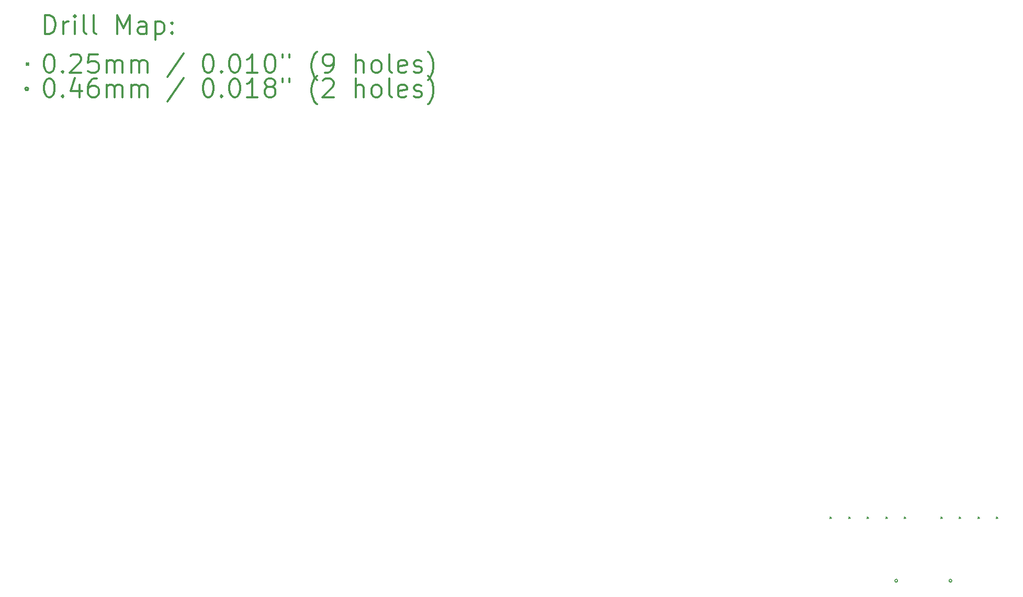
<source format=gbr>
%FSLAX45Y45*%
G04 Gerber Fmt 4.5, Leading zero omitted, Abs format (unit mm)*
G04 Created by KiCad (PCBNEW 4.0.5) date 02/23/17 12:59:38*
%MOMM*%
%LPD*%
G01*
G04 APERTURE LIST*
%ADD10C,0.127000*%
%ADD11C,0.200000*%
%ADD12C,0.300000*%
G04 APERTURE END LIST*
D10*
D11*
X127000Y1739900D02*
X152400Y1714500D01*
X152400Y1739900D02*
X127000Y1714500D01*
X426720Y1739900D02*
X452120Y1714500D01*
X452120Y1739900D02*
X426720Y1714500D01*
X726440Y1739900D02*
X751840Y1714500D01*
X751840Y1739900D02*
X726440Y1714500D01*
X1026160Y1739900D02*
X1051560Y1714500D01*
X1051560Y1739900D02*
X1026160Y1714500D01*
X1325880Y1739900D02*
X1351280Y1714500D01*
X1351280Y1739900D02*
X1325880Y1714500D01*
X1917700Y1739900D02*
X1943100Y1714500D01*
X1943100Y1739900D02*
X1917700Y1714500D01*
X2217420Y1739900D02*
X2242820Y1714500D01*
X2242820Y1739900D02*
X2217420Y1714500D01*
X2517140Y1739900D02*
X2542540Y1714500D01*
X2542540Y1739900D02*
X2517140Y1714500D01*
X2816860Y1739900D02*
X2842260Y1714500D01*
X2842260Y1739900D02*
X2816860Y1714500D01*
X1219490Y704130D02*
G75*
G03X1219490Y704130I-23000J0D01*
G01*
X2095490Y704130D02*
G75*
G03X2095490Y704130I-23000J0D01*
G01*
D12*
X-12578431Y9554586D02*
X-12578431Y9854586D01*
X-12507003Y9854586D01*
X-12464146Y9840300D01*
X-12435574Y9811729D01*
X-12421289Y9783157D01*
X-12407003Y9726014D01*
X-12407003Y9683157D01*
X-12421289Y9626014D01*
X-12435574Y9597443D01*
X-12464146Y9568871D01*
X-12507003Y9554586D01*
X-12578431Y9554586D01*
X-12278431Y9554586D02*
X-12278431Y9754586D01*
X-12278431Y9697443D02*
X-12264146Y9726014D01*
X-12249860Y9740300D01*
X-12221289Y9754586D01*
X-12192717Y9754586D01*
X-12092717Y9554586D02*
X-12092717Y9754586D01*
X-12092717Y9854586D02*
X-12107003Y9840300D01*
X-12092717Y9826014D01*
X-12078431Y9840300D01*
X-12092717Y9854586D01*
X-12092717Y9826014D01*
X-11907003Y9554586D02*
X-11935574Y9568871D01*
X-11949860Y9597443D01*
X-11949860Y9854586D01*
X-11749860Y9554586D02*
X-11778431Y9568871D01*
X-11792717Y9597443D01*
X-11792717Y9854586D01*
X-11407003Y9554586D02*
X-11407003Y9854586D01*
X-11307003Y9640300D01*
X-11207003Y9854586D01*
X-11207003Y9554586D01*
X-10935574Y9554586D02*
X-10935574Y9711729D01*
X-10949860Y9740300D01*
X-10978431Y9754586D01*
X-11035574Y9754586D01*
X-11064146Y9740300D01*
X-10935574Y9568871D02*
X-10964146Y9554586D01*
X-11035574Y9554586D01*
X-11064146Y9568871D01*
X-11078431Y9597443D01*
X-11078431Y9626014D01*
X-11064146Y9654586D01*
X-11035574Y9668871D01*
X-10964146Y9668871D01*
X-10935574Y9683157D01*
X-10792717Y9754586D02*
X-10792717Y9454586D01*
X-10792717Y9740300D02*
X-10764146Y9754586D01*
X-10707003Y9754586D01*
X-10678431Y9740300D01*
X-10664146Y9726014D01*
X-10649860Y9697443D01*
X-10649860Y9611729D01*
X-10664146Y9583157D01*
X-10678431Y9568871D01*
X-10707003Y9554586D01*
X-10764146Y9554586D01*
X-10792717Y9568871D01*
X-10521289Y9583157D02*
X-10507003Y9568871D01*
X-10521289Y9554586D01*
X-10535574Y9568871D01*
X-10521289Y9583157D01*
X-10521289Y9554586D01*
X-10521289Y9740300D02*
X-10507003Y9726014D01*
X-10521289Y9711729D01*
X-10535574Y9726014D01*
X-10521289Y9740300D01*
X-10521289Y9711729D01*
X-12875260Y9073000D02*
X-12849860Y9047600D01*
X-12849860Y9073000D02*
X-12875260Y9047600D01*
X-12521289Y9224586D02*
X-12492717Y9224586D01*
X-12464146Y9210300D01*
X-12449860Y9196014D01*
X-12435574Y9167443D01*
X-12421289Y9110300D01*
X-12421289Y9038871D01*
X-12435574Y8981729D01*
X-12449860Y8953157D01*
X-12464146Y8938871D01*
X-12492717Y8924586D01*
X-12521289Y8924586D01*
X-12549860Y8938871D01*
X-12564146Y8953157D01*
X-12578431Y8981729D01*
X-12592717Y9038871D01*
X-12592717Y9110300D01*
X-12578431Y9167443D01*
X-12564146Y9196014D01*
X-12549860Y9210300D01*
X-12521289Y9224586D01*
X-12292717Y8953157D02*
X-12278431Y8938871D01*
X-12292717Y8924586D01*
X-12307003Y8938871D01*
X-12292717Y8953157D01*
X-12292717Y8924586D01*
X-12164146Y9196014D02*
X-12149860Y9210300D01*
X-12121289Y9224586D01*
X-12049860Y9224586D01*
X-12021289Y9210300D01*
X-12007003Y9196014D01*
X-11992717Y9167443D01*
X-11992717Y9138871D01*
X-12007003Y9096014D01*
X-12178431Y8924586D01*
X-11992717Y8924586D01*
X-11721289Y9224586D02*
X-11864146Y9224586D01*
X-11878431Y9081729D01*
X-11864146Y9096014D01*
X-11835574Y9110300D01*
X-11764146Y9110300D01*
X-11735574Y9096014D01*
X-11721289Y9081729D01*
X-11707003Y9053157D01*
X-11707003Y8981729D01*
X-11721289Y8953157D01*
X-11735574Y8938871D01*
X-11764146Y8924586D01*
X-11835574Y8924586D01*
X-11864146Y8938871D01*
X-11878431Y8953157D01*
X-11578431Y8924586D02*
X-11578431Y9124586D01*
X-11578431Y9096014D02*
X-11564146Y9110300D01*
X-11535574Y9124586D01*
X-11492717Y9124586D01*
X-11464146Y9110300D01*
X-11449860Y9081729D01*
X-11449860Y8924586D01*
X-11449860Y9081729D02*
X-11435574Y9110300D01*
X-11407003Y9124586D01*
X-11364146Y9124586D01*
X-11335574Y9110300D01*
X-11321289Y9081729D01*
X-11321289Y8924586D01*
X-11178431Y8924586D02*
X-11178431Y9124586D01*
X-11178431Y9096014D02*
X-11164146Y9110300D01*
X-11135574Y9124586D01*
X-11092717Y9124586D01*
X-11064146Y9110300D01*
X-11049860Y9081729D01*
X-11049860Y8924586D01*
X-11049860Y9081729D02*
X-11035574Y9110300D01*
X-11007003Y9124586D01*
X-10964146Y9124586D01*
X-10935574Y9110300D01*
X-10921289Y9081729D01*
X-10921289Y8924586D01*
X-10335574Y9238871D02*
X-10592717Y8853157D01*
X-9949860Y9224586D02*
X-9921289Y9224586D01*
X-9892717Y9210300D01*
X-9878432Y9196014D01*
X-9864146Y9167443D01*
X-9849860Y9110300D01*
X-9849860Y9038871D01*
X-9864146Y8981729D01*
X-9878432Y8953157D01*
X-9892717Y8938871D01*
X-9921289Y8924586D01*
X-9949860Y8924586D01*
X-9978432Y8938871D01*
X-9992717Y8953157D01*
X-10007003Y8981729D01*
X-10021289Y9038871D01*
X-10021289Y9110300D01*
X-10007003Y9167443D01*
X-9992717Y9196014D01*
X-9978432Y9210300D01*
X-9949860Y9224586D01*
X-9721289Y8953157D02*
X-9707003Y8938871D01*
X-9721289Y8924586D01*
X-9735574Y8938871D01*
X-9721289Y8953157D01*
X-9721289Y8924586D01*
X-9521289Y9224586D02*
X-9492717Y9224586D01*
X-9464146Y9210300D01*
X-9449860Y9196014D01*
X-9435574Y9167443D01*
X-9421289Y9110300D01*
X-9421289Y9038871D01*
X-9435574Y8981729D01*
X-9449860Y8953157D01*
X-9464146Y8938871D01*
X-9492717Y8924586D01*
X-9521289Y8924586D01*
X-9549860Y8938871D01*
X-9564146Y8953157D01*
X-9578432Y8981729D01*
X-9592717Y9038871D01*
X-9592717Y9110300D01*
X-9578432Y9167443D01*
X-9564146Y9196014D01*
X-9549860Y9210300D01*
X-9521289Y9224586D01*
X-9135574Y8924586D02*
X-9307003Y8924586D01*
X-9221289Y8924586D02*
X-9221289Y9224586D01*
X-9249860Y9181729D01*
X-9278432Y9153157D01*
X-9307003Y9138871D01*
X-8949860Y9224586D02*
X-8921289Y9224586D01*
X-8892717Y9210300D01*
X-8878432Y9196014D01*
X-8864146Y9167443D01*
X-8849860Y9110300D01*
X-8849860Y9038871D01*
X-8864146Y8981729D01*
X-8878432Y8953157D01*
X-8892717Y8938871D01*
X-8921289Y8924586D01*
X-8949860Y8924586D01*
X-8978432Y8938871D01*
X-8992717Y8953157D01*
X-9007003Y8981729D01*
X-9021289Y9038871D01*
X-9021289Y9110300D01*
X-9007003Y9167443D01*
X-8992717Y9196014D01*
X-8978432Y9210300D01*
X-8949860Y9224586D01*
X-8735574Y9224586D02*
X-8735574Y9167443D01*
X-8621289Y9224586D02*
X-8621289Y9167443D01*
X-8178431Y8810300D02*
X-8192717Y8824586D01*
X-8221289Y8867443D01*
X-8235574Y8896014D01*
X-8249860Y8938871D01*
X-8264146Y9010300D01*
X-8264146Y9067443D01*
X-8249860Y9138871D01*
X-8235574Y9181729D01*
X-8221289Y9210300D01*
X-8192717Y9253157D01*
X-8178431Y9267443D01*
X-8049860Y8924586D02*
X-7992717Y8924586D01*
X-7964146Y8938871D01*
X-7949860Y8953157D01*
X-7921289Y8996014D01*
X-7907003Y9053157D01*
X-7907003Y9167443D01*
X-7921289Y9196014D01*
X-7935574Y9210300D01*
X-7964146Y9224586D01*
X-8021289Y9224586D01*
X-8049860Y9210300D01*
X-8064146Y9196014D01*
X-8078431Y9167443D01*
X-8078431Y9096014D01*
X-8064146Y9067443D01*
X-8049860Y9053157D01*
X-8021289Y9038871D01*
X-7964146Y9038871D01*
X-7935574Y9053157D01*
X-7921289Y9067443D01*
X-7907003Y9096014D01*
X-7549860Y8924586D02*
X-7549860Y9224586D01*
X-7421289Y8924586D02*
X-7421289Y9081729D01*
X-7435574Y9110300D01*
X-7464146Y9124586D01*
X-7507003Y9124586D01*
X-7535574Y9110300D01*
X-7549860Y9096014D01*
X-7235574Y8924586D02*
X-7264146Y8938871D01*
X-7278431Y8953157D01*
X-7292717Y8981729D01*
X-7292717Y9067443D01*
X-7278431Y9096014D01*
X-7264146Y9110300D01*
X-7235574Y9124586D01*
X-7192717Y9124586D01*
X-7164146Y9110300D01*
X-7149860Y9096014D01*
X-7135574Y9067443D01*
X-7135574Y8981729D01*
X-7149860Y8953157D01*
X-7164146Y8938871D01*
X-7192717Y8924586D01*
X-7235574Y8924586D01*
X-6964146Y8924586D02*
X-6992717Y8938871D01*
X-7007003Y8967443D01*
X-7007003Y9224586D01*
X-6735574Y8938871D02*
X-6764146Y8924586D01*
X-6821289Y8924586D01*
X-6849860Y8938871D01*
X-6864146Y8967443D01*
X-6864146Y9081729D01*
X-6849860Y9110300D01*
X-6821289Y9124586D01*
X-6764146Y9124586D01*
X-6735574Y9110300D01*
X-6721289Y9081729D01*
X-6721289Y9053157D01*
X-6864146Y9024586D01*
X-6607003Y8938871D02*
X-6578431Y8924586D01*
X-6521289Y8924586D01*
X-6492717Y8938871D01*
X-6478431Y8967443D01*
X-6478431Y8981729D01*
X-6492717Y9010300D01*
X-6521289Y9024586D01*
X-6564146Y9024586D01*
X-6592717Y9038871D01*
X-6607003Y9067443D01*
X-6607003Y9081729D01*
X-6592717Y9110300D01*
X-6564146Y9124586D01*
X-6521289Y9124586D01*
X-6492717Y9110300D01*
X-6378431Y8810300D02*
X-6364146Y8824586D01*
X-6335574Y8867443D01*
X-6321289Y8896014D01*
X-6307003Y8938871D01*
X-6292717Y9010300D01*
X-6292717Y9067443D01*
X-6307003Y9138871D01*
X-6321289Y9181729D01*
X-6335574Y9210300D01*
X-6364146Y9253157D01*
X-6378431Y9267443D01*
X-12849860Y8664300D02*
G75*
G03X-12849860Y8664300I-23000J0D01*
G01*
X-12521289Y8828586D02*
X-12492717Y8828586D01*
X-12464146Y8814300D01*
X-12449860Y8800014D01*
X-12435574Y8771443D01*
X-12421289Y8714300D01*
X-12421289Y8642871D01*
X-12435574Y8585729D01*
X-12449860Y8557157D01*
X-12464146Y8542871D01*
X-12492717Y8528586D01*
X-12521289Y8528586D01*
X-12549860Y8542871D01*
X-12564146Y8557157D01*
X-12578431Y8585729D01*
X-12592717Y8642871D01*
X-12592717Y8714300D01*
X-12578431Y8771443D01*
X-12564146Y8800014D01*
X-12549860Y8814300D01*
X-12521289Y8828586D01*
X-12292717Y8557157D02*
X-12278431Y8542871D01*
X-12292717Y8528586D01*
X-12307003Y8542871D01*
X-12292717Y8557157D01*
X-12292717Y8528586D01*
X-12021289Y8728586D02*
X-12021289Y8528586D01*
X-12092717Y8842871D02*
X-12164146Y8628586D01*
X-11978431Y8628586D01*
X-11735574Y8828586D02*
X-11792717Y8828586D01*
X-11821289Y8814300D01*
X-11835574Y8800014D01*
X-11864146Y8757157D01*
X-11878431Y8700014D01*
X-11878431Y8585729D01*
X-11864146Y8557157D01*
X-11849860Y8542871D01*
X-11821289Y8528586D01*
X-11764146Y8528586D01*
X-11735574Y8542871D01*
X-11721289Y8557157D01*
X-11707003Y8585729D01*
X-11707003Y8657157D01*
X-11721289Y8685729D01*
X-11735574Y8700014D01*
X-11764146Y8714300D01*
X-11821289Y8714300D01*
X-11849860Y8700014D01*
X-11864146Y8685729D01*
X-11878431Y8657157D01*
X-11578431Y8528586D02*
X-11578431Y8728586D01*
X-11578431Y8700014D02*
X-11564146Y8714300D01*
X-11535574Y8728586D01*
X-11492717Y8728586D01*
X-11464146Y8714300D01*
X-11449860Y8685729D01*
X-11449860Y8528586D01*
X-11449860Y8685729D02*
X-11435574Y8714300D01*
X-11407003Y8728586D01*
X-11364146Y8728586D01*
X-11335574Y8714300D01*
X-11321289Y8685729D01*
X-11321289Y8528586D01*
X-11178431Y8528586D02*
X-11178431Y8728586D01*
X-11178431Y8700014D02*
X-11164146Y8714300D01*
X-11135574Y8728586D01*
X-11092717Y8728586D01*
X-11064146Y8714300D01*
X-11049860Y8685729D01*
X-11049860Y8528586D01*
X-11049860Y8685729D02*
X-11035574Y8714300D01*
X-11007003Y8728586D01*
X-10964146Y8728586D01*
X-10935574Y8714300D01*
X-10921289Y8685729D01*
X-10921289Y8528586D01*
X-10335574Y8842871D02*
X-10592717Y8457157D01*
X-9949860Y8828586D02*
X-9921289Y8828586D01*
X-9892717Y8814300D01*
X-9878432Y8800014D01*
X-9864146Y8771443D01*
X-9849860Y8714300D01*
X-9849860Y8642871D01*
X-9864146Y8585729D01*
X-9878432Y8557157D01*
X-9892717Y8542871D01*
X-9921289Y8528586D01*
X-9949860Y8528586D01*
X-9978432Y8542871D01*
X-9992717Y8557157D01*
X-10007003Y8585729D01*
X-10021289Y8642871D01*
X-10021289Y8714300D01*
X-10007003Y8771443D01*
X-9992717Y8800014D01*
X-9978432Y8814300D01*
X-9949860Y8828586D01*
X-9721289Y8557157D02*
X-9707003Y8542871D01*
X-9721289Y8528586D01*
X-9735574Y8542871D01*
X-9721289Y8557157D01*
X-9721289Y8528586D01*
X-9521289Y8828586D02*
X-9492717Y8828586D01*
X-9464146Y8814300D01*
X-9449860Y8800014D01*
X-9435574Y8771443D01*
X-9421289Y8714300D01*
X-9421289Y8642871D01*
X-9435574Y8585729D01*
X-9449860Y8557157D01*
X-9464146Y8542871D01*
X-9492717Y8528586D01*
X-9521289Y8528586D01*
X-9549860Y8542871D01*
X-9564146Y8557157D01*
X-9578432Y8585729D01*
X-9592717Y8642871D01*
X-9592717Y8714300D01*
X-9578432Y8771443D01*
X-9564146Y8800014D01*
X-9549860Y8814300D01*
X-9521289Y8828586D01*
X-9135574Y8528586D02*
X-9307003Y8528586D01*
X-9221289Y8528586D02*
X-9221289Y8828586D01*
X-9249860Y8785729D01*
X-9278432Y8757157D01*
X-9307003Y8742871D01*
X-8964146Y8700014D02*
X-8992717Y8714300D01*
X-9007003Y8728586D01*
X-9021289Y8757157D01*
X-9021289Y8771443D01*
X-9007003Y8800014D01*
X-8992717Y8814300D01*
X-8964146Y8828586D01*
X-8907003Y8828586D01*
X-8878432Y8814300D01*
X-8864146Y8800014D01*
X-8849860Y8771443D01*
X-8849860Y8757157D01*
X-8864146Y8728586D01*
X-8878432Y8714300D01*
X-8907003Y8700014D01*
X-8964146Y8700014D01*
X-8992717Y8685729D01*
X-9007003Y8671443D01*
X-9021289Y8642871D01*
X-9021289Y8585729D01*
X-9007003Y8557157D01*
X-8992717Y8542871D01*
X-8964146Y8528586D01*
X-8907003Y8528586D01*
X-8878432Y8542871D01*
X-8864146Y8557157D01*
X-8849860Y8585729D01*
X-8849860Y8642871D01*
X-8864146Y8671443D01*
X-8878432Y8685729D01*
X-8907003Y8700014D01*
X-8735574Y8828586D02*
X-8735574Y8771443D01*
X-8621289Y8828586D02*
X-8621289Y8771443D01*
X-8178431Y8414300D02*
X-8192717Y8428586D01*
X-8221289Y8471443D01*
X-8235574Y8500014D01*
X-8249860Y8542871D01*
X-8264146Y8614300D01*
X-8264146Y8671443D01*
X-8249860Y8742871D01*
X-8235574Y8785729D01*
X-8221289Y8814300D01*
X-8192717Y8857157D01*
X-8178431Y8871443D01*
X-8078431Y8800014D02*
X-8064146Y8814300D01*
X-8035574Y8828586D01*
X-7964146Y8828586D01*
X-7935574Y8814300D01*
X-7921289Y8800014D01*
X-7907003Y8771443D01*
X-7907003Y8742871D01*
X-7921289Y8700014D01*
X-8092717Y8528586D01*
X-7907003Y8528586D01*
X-7549860Y8528586D02*
X-7549860Y8828586D01*
X-7421289Y8528586D02*
X-7421289Y8685729D01*
X-7435574Y8714300D01*
X-7464146Y8728586D01*
X-7507003Y8728586D01*
X-7535574Y8714300D01*
X-7549860Y8700014D01*
X-7235574Y8528586D02*
X-7264146Y8542871D01*
X-7278431Y8557157D01*
X-7292717Y8585729D01*
X-7292717Y8671443D01*
X-7278431Y8700014D01*
X-7264146Y8714300D01*
X-7235574Y8728586D01*
X-7192717Y8728586D01*
X-7164146Y8714300D01*
X-7149860Y8700014D01*
X-7135574Y8671443D01*
X-7135574Y8585729D01*
X-7149860Y8557157D01*
X-7164146Y8542871D01*
X-7192717Y8528586D01*
X-7235574Y8528586D01*
X-6964146Y8528586D02*
X-6992717Y8542871D01*
X-7007003Y8571443D01*
X-7007003Y8828586D01*
X-6735574Y8542871D02*
X-6764146Y8528586D01*
X-6821289Y8528586D01*
X-6849860Y8542871D01*
X-6864146Y8571443D01*
X-6864146Y8685729D01*
X-6849860Y8714300D01*
X-6821289Y8728586D01*
X-6764146Y8728586D01*
X-6735574Y8714300D01*
X-6721289Y8685729D01*
X-6721289Y8657157D01*
X-6864146Y8628586D01*
X-6607003Y8542871D02*
X-6578431Y8528586D01*
X-6521289Y8528586D01*
X-6492717Y8542871D01*
X-6478431Y8571443D01*
X-6478431Y8585729D01*
X-6492717Y8614300D01*
X-6521289Y8628586D01*
X-6564146Y8628586D01*
X-6592717Y8642871D01*
X-6607003Y8671443D01*
X-6607003Y8685729D01*
X-6592717Y8714300D01*
X-6564146Y8728586D01*
X-6521289Y8728586D01*
X-6492717Y8714300D01*
X-6378431Y8414300D02*
X-6364146Y8428586D01*
X-6335574Y8471443D01*
X-6321289Y8500014D01*
X-6307003Y8542871D01*
X-6292717Y8614300D01*
X-6292717Y8671443D01*
X-6307003Y8742871D01*
X-6321289Y8785729D01*
X-6335574Y8814300D01*
X-6364146Y8857157D01*
X-6378431Y8871443D01*
M02*

</source>
